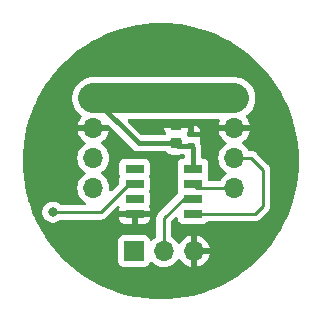
<source format=gbr>
%TF.GenerationSoftware,KiCad,Pcbnew,7.0.8*%
%TF.CreationDate,2024-09-29T17:39:07-05:00*%
%TF.ProjectId,CapacitiveLedFadeTiny,43617061-6369-4746-9976-654c65644661,rev?*%
%TF.SameCoordinates,Original*%
%TF.FileFunction,Copper,L1,Top*%
%TF.FilePolarity,Positive*%
%FSLAX46Y46*%
G04 Gerber Fmt 4.6, Leading zero omitted, Abs format (unit mm)*
G04 Created by KiCad (PCBNEW 7.0.8) date 2024-09-29 17:39:07*
%MOMM*%
%LPD*%
G01*
G04 APERTURE LIST*
G04 Aperture macros list*
%AMRoundRect*
0 Rectangle with rounded corners*
0 $1 Rounding radius*
0 $2 $3 $4 $5 $6 $7 $8 $9 X,Y pos of 4 corners*
0 Add a 4 corners polygon primitive as box body*
4,1,4,$2,$3,$4,$5,$6,$7,$8,$9,$2,$3,0*
0 Add four circle primitives for the rounded corners*
1,1,$1+$1,$2,$3*
1,1,$1+$1,$4,$5*
1,1,$1+$1,$6,$7*
1,1,$1+$1,$8,$9*
0 Add four rect primitives between the rounded corners*
20,1,$1+$1,$2,$3,$4,$5,0*
20,1,$1+$1,$4,$5,$6,$7,0*
20,1,$1+$1,$6,$7,$8,$9,0*
20,1,$1+$1,$8,$9,$2,$3,0*%
G04 Aperture macros list end*
%TA.AperFunction,SMDPad,CuDef*%
%ADD10R,1.600000X0.700000*%
%TD*%
%TA.AperFunction,ComponentPad*%
%ADD11R,1.700000X1.700000*%
%TD*%
%TA.AperFunction,ComponentPad*%
%ADD12O,1.700000X1.700000*%
%TD*%
%TA.AperFunction,SMDPad,CuDef*%
%ADD13RoundRect,0.225000X0.250000X-0.225000X0.250000X0.225000X-0.250000X0.225000X-0.250000X-0.225000X0*%
%TD*%
%TA.AperFunction,SMDPad,CuDef*%
%ADD14RoundRect,0.140000X0.170000X-0.140000X0.170000X0.140000X-0.170000X0.140000X-0.170000X-0.140000X0*%
%TD*%
%TA.AperFunction,ViaPad*%
%ADD15C,0.800000*%
%TD*%
%TA.AperFunction,Conductor*%
%ADD16C,0.250000*%
%TD*%
%TA.AperFunction,Conductor*%
%ADD17C,0.381000*%
%TD*%
%TA.AperFunction,Conductor*%
%ADD18C,2.540000*%
%TD*%
G04 APERTURE END LIST*
D10*
%TO.P,U1,3,PB4*%
%TO.N,unconnected-(U1-PB4-Pad3)*%
X126821000Y-99695000D03*
%TO.P,U1,2,PB3*%
%TO.N,Net-(J4-Pin_1)*%
X126821000Y-98425000D03*
%TO.P,U1,4,GND*%
%TO.N,GND*%
X126821000Y-100965000D03*
%TO.P,U1,1,PB5*%
%TO.N,unconnected-(U1-PB5-Pad1)*%
X126821000Y-97155000D03*
%TO.P,U1,5,PB0*%
%TO.N,/SDA*%
X131751000Y-100965000D03*
%TO.P,U1,6,PB1*%
%TO.N,Net-(J3-Pin_2)*%
X131751000Y-99695000D03*
%TO.P,U1,7,PB2*%
%TO.N,/SCLK*%
X131751000Y-98425000D03*
%TO.P,U1,8,VCC*%
%TO.N,VCC*%
X131751000Y-97155000D03*
%TD*%
D11*
%TO.P,+,1,Pin_1*%
%TO.N,VCC*%
X126746000Y-104140000D03*
D12*
%TO.P,+,2,Pin_2*%
%TO.N,Net-(J3-Pin_2)*%
X129286000Y-104140000D03*
%TO.P,+,3,Pin_3*%
%TO.N,GND*%
X131826000Y-104140000D03*
%TD*%
D11*
%TO.P,+,1,Pin_1*%
%TO.N,VCC*%
X135255000Y-91186000D03*
D12*
%TO.P,+,2,Pin_2*%
%TO.N,GND*%
X135255000Y-93726000D03*
%TO.P,+,3,Pin_3*%
%TO.N,/SDA*%
X135255000Y-96266000D03*
%TO.P,+,4,Pin_4*%
%TO.N,/SCLK*%
X135255000Y-98806000D03*
%TD*%
D11*
%TO.P,+,1,Pin_1*%
%TO.N,VCC*%
X123317000Y-91186000D03*
D12*
%TO.P,+,2,Pin_2*%
%TO.N,GND*%
X123317000Y-93726000D03*
%TO.P,+,3,Pin_3*%
%TO.N,/SDA*%
X123317000Y-96266000D03*
%TO.P,+,4,Pin_4*%
%TO.N,/SCLK*%
X123317000Y-98806000D03*
%TD*%
D13*
%TO.P,C2,2*%
%TO.N,GND*%
X130302000Y-93459000D03*
%TO.P,C2,1*%
%TO.N,VCC*%
X130302000Y-95009000D03*
%TD*%
D14*
%TO.P,C1,2*%
%TO.N,GND*%
X131572000Y-94262000D03*
%TO.P,C1,1*%
%TO.N,VCC*%
X131572000Y-95222000D03*
%TD*%
D15*
%TO.N,Net-(J4-Pin_1)*%
X119888000Y-100838000D03*
%TD*%
D16*
%TO.N,Net-(J4-Pin_1)*%
X123952000Y-100838000D02*
X119888000Y-100838000D01*
X123952000Y-100838000D02*
X126365000Y-98425000D01*
X126365000Y-98425000D02*
X126821000Y-98425000D01*
%TO.N,Net-(J3-Pin_2)*%
X129286000Y-101360000D02*
X129286000Y-104140000D01*
X130951000Y-99695000D02*
X129286000Y-101360000D01*
X131751000Y-99695000D02*
X130951000Y-99695000D01*
%TO.N,/SDA*%
X137033000Y-100965000D02*
X131751000Y-100965000D01*
X136652000Y-96266000D02*
X137668000Y-97282000D01*
X137668000Y-100330000D02*
X137033000Y-100965000D01*
X135255000Y-96266000D02*
X136652000Y-96266000D01*
X137668000Y-97282000D02*
X137668000Y-100330000D01*
%TO.N,/SCLK*%
X132132000Y-98806000D02*
X131751000Y-98425000D01*
X135255000Y-98806000D02*
X132132000Y-98806000D01*
D17*
%TO.N,VCC*%
X127140000Y-95009000D02*
X123317000Y-91186000D01*
X130302000Y-95009000D02*
X127140000Y-95009000D01*
X131572000Y-95222000D02*
X130515000Y-95222000D01*
D16*
X130515000Y-95222000D02*
X130302000Y-95009000D01*
D17*
X131751000Y-97155000D02*
X131751000Y-95401000D01*
D16*
X131751000Y-95401000D02*
X131572000Y-95222000D01*
D18*
X123317000Y-91186000D02*
X135255000Y-91186000D01*
%TD*%
%TA.AperFunction,Conductor*%
%TO.N,GND*%
G36*
X131572000Y-93726000D02*
G01*
X129286000Y-93726000D01*
X129286000Y-92964000D01*
X129794000Y-92964000D01*
X131572000Y-92964000D01*
X131572000Y-93726000D01*
G37*
%TD.AperFunction*%
%TD*%
%TA.AperFunction,Conductor*%
%TO.N,GND*%
G36*
X133996662Y-92976185D02*
G01*
X134042417Y-93028989D01*
X134052361Y-93098147D01*
X134042005Y-93132905D01*
X133981569Y-93262507D01*
X133981567Y-93262513D01*
X133924364Y-93475999D01*
X133924364Y-93476000D01*
X134821314Y-93476000D01*
X134795507Y-93516156D01*
X134755000Y-93654111D01*
X134755000Y-93797889D01*
X134795507Y-93935844D01*
X134821314Y-93976000D01*
X133924364Y-93976000D01*
X133981567Y-94189486D01*
X133981570Y-94189492D01*
X134081399Y-94403578D01*
X134216894Y-94597082D01*
X134383917Y-94764105D01*
X134569595Y-94894119D01*
X134613219Y-94948696D01*
X134620412Y-95018195D01*
X134588890Y-95080549D01*
X134569595Y-95097269D01*
X134383594Y-95227508D01*
X134216505Y-95394597D01*
X134080965Y-95588169D01*
X134080964Y-95588171D01*
X133981098Y-95802335D01*
X133981094Y-95802344D01*
X133919938Y-96030586D01*
X133919936Y-96030596D01*
X133899341Y-96265999D01*
X133899341Y-96266000D01*
X133919936Y-96501403D01*
X133919938Y-96501413D01*
X133981094Y-96729655D01*
X133981096Y-96729659D01*
X133981097Y-96729663D01*
X134023553Y-96820709D01*
X134080965Y-96943830D01*
X134080967Y-96943834D01*
X134177634Y-97081887D01*
X134216501Y-97137396D01*
X134216506Y-97137402D01*
X134383597Y-97304493D01*
X134383603Y-97304498D01*
X134569158Y-97434425D01*
X134612783Y-97489002D01*
X134619977Y-97558500D01*
X134588454Y-97620855D01*
X134569158Y-97637575D01*
X134383597Y-97767505D01*
X134216505Y-97934597D01*
X134081348Y-98127623D01*
X134026771Y-98171248D01*
X133979773Y-98180500D01*
X133175499Y-98180500D01*
X133108460Y-98160815D01*
X133062705Y-98108011D01*
X133051499Y-98056500D01*
X133051499Y-98027129D01*
X133051498Y-98027123D01*
X133051497Y-98027116D01*
X133045091Y-97967517D01*
X132995042Y-97833330D01*
X132990059Y-97763642D01*
X132995039Y-97746678D01*
X133045091Y-97612483D01*
X133051500Y-97552873D01*
X133051499Y-96757128D01*
X133045091Y-96697517D01*
X132994796Y-96562669D01*
X132994795Y-96562668D01*
X132994793Y-96562664D01*
X132908547Y-96447455D01*
X132908544Y-96447452D01*
X132793335Y-96361206D01*
X132793328Y-96361202D01*
X132658482Y-96310908D01*
X132658483Y-96310908D01*
X132598883Y-96304501D01*
X132598881Y-96304500D01*
X132598873Y-96304500D01*
X132598865Y-96304500D01*
X132566000Y-96304500D01*
X132498961Y-96284815D01*
X132453206Y-96232011D01*
X132442000Y-96180500D01*
X132442000Y-95359201D01*
X132426848Y-95234420D01*
X132426847Y-95234414D01*
X132390558Y-95138728D01*
X132382500Y-95094757D01*
X132382500Y-95017308D01*
X132379643Y-94981008D01*
X132379642Y-94981002D01*
X132334495Y-94825609D01*
X132334494Y-94825605D01*
X132322089Y-94804630D01*
X132304906Y-94736909D01*
X132322091Y-94678384D01*
X132334032Y-94658194D01*
X132376504Y-94512000D01*
X132070352Y-94512000D01*
X132007233Y-94494732D01*
X131998395Y-94489506D01*
X131998393Y-94489505D01*
X131998389Y-94489503D01*
X131842997Y-94444357D01*
X131842991Y-94444356D01*
X131806692Y-94441500D01*
X131806690Y-94441500D01*
X131446000Y-94441500D01*
X131378961Y-94421815D01*
X131333206Y-94369011D01*
X131322000Y-94317500D01*
X131322000Y-93483209D01*
X131822000Y-93483209D01*
X131822000Y-94012000D01*
X132376504Y-94012000D01*
X132334031Y-93865804D01*
X132251721Y-93726625D01*
X132251714Y-93726616D01*
X132137383Y-93612285D01*
X132137374Y-93612278D01*
X131998195Y-93529968D01*
X131998190Y-93529966D01*
X131842918Y-93484855D01*
X131842912Y-93484854D01*
X131822000Y-93483209D01*
X131322000Y-93483209D01*
X131322000Y-93483208D01*
X131316828Y-93478428D01*
X131280961Y-93418467D01*
X131276999Y-93387372D01*
X131276999Y-93185692D01*
X131276998Y-93185677D01*
X131267541Y-93093102D01*
X131280311Y-93024409D01*
X131328191Y-92973525D01*
X131390899Y-92956500D01*
X133929623Y-92956500D01*
X133996662Y-92976185D01*
G37*
%TD.AperFunction*%
%TA.AperFunction,Conductor*%
G36*
X129280139Y-92976185D02*
G01*
X129325894Y-93028989D01*
X129336458Y-93093102D01*
X129327000Y-93185675D01*
X129327000Y-93209000D01*
X130428000Y-93209000D01*
X130495039Y-93228685D01*
X130540794Y-93281489D01*
X130552000Y-93333000D01*
X130552000Y-93585000D01*
X130532315Y-93652039D01*
X130479511Y-93697794D01*
X130428000Y-93709000D01*
X129327001Y-93709000D01*
X129327001Y-93732322D01*
X129337144Y-93831607D01*
X129390452Y-93992481D01*
X129390457Y-93992492D01*
X129474597Y-94128903D01*
X129493038Y-94196295D01*
X129472116Y-94262959D01*
X129418474Y-94307729D01*
X129369059Y-94318000D01*
X127477584Y-94318000D01*
X127410545Y-94298315D01*
X127389903Y-94281681D01*
X126276403Y-93168181D01*
X126242918Y-93106858D01*
X126247902Y-93037166D01*
X126289774Y-92981233D01*
X126355238Y-92956816D01*
X126364084Y-92956500D01*
X129213100Y-92956500D01*
X129280139Y-92976185D01*
G37*
%TD.AperFunction*%
%TA.AperFunction,Conductor*%
G36*
X129515163Y-84833505D02*
G01*
X129710533Y-84839190D01*
X129714128Y-84839399D01*
X130388578Y-84898406D01*
X130392118Y-84898820D01*
X130727065Y-84947883D01*
X131062003Y-84996945D01*
X131065532Y-84997566D01*
X131728591Y-85134477D01*
X131732054Y-85135298D01*
X132386017Y-85310527D01*
X132389472Y-85311562D01*
X132713313Y-85418871D01*
X133032123Y-85524513D01*
X133035501Y-85525743D01*
X133664676Y-85775698D01*
X133667988Y-85777127D01*
X134281558Y-86063239D01*
X134284782Y-86064858D01*
X134880698Y-86386173D01*
X134883807Y-86387968D01*
X135460046Y-86743397D01*
X135463033Y-86745363D01*
X136017602Y-87133676D01*
X136020495Y-87135830D01*
X136551555Y-87555738D01*
X136554318Y-87558057D01*
X137060064Y-88008131D01*
X137062670Y-88010589D01*
X137541409Y-88489328D01*
X137543868Y-88491935D01*
X137993942Y-88997681D01*
X137996261Y-89000444D01*
X138416169Y-89531504D01*
X138418323Y-89534397D01*
X138806636Y-90088966D01*
X138808607Y-90091962D01*
X138935864Y-90298276D01*
X139164022Y-90668177D01*
X139165826Y-90671301D01*
X139487141Y-91267217D01*
X139488760Y-91270441D01*
X139774872Y-91884011D01*
X139776301Y-91887323D01*
X140026256Y-92516498D01*
X140027490Y-92519887D01*
X140240437Y-93162527D01*
X140241472Y-93165982D01*
X140416698Y-93819933D01*
X140417527Y-93823433D01*
X140493113Y-94189492D01*
X140554428Y-94486443D01*
X140555054Y-94489996D01*
X140653177Y-95159871D01*
X140653596Y-95163454D01*
X140712599Y-95837864D01*
X140712809Y-95841466D01*
X140732500Y-96518197D01*
X140732500Y-96521803D01*
X140712809Y-97198533D01*
X140712599Y-97202135D01*
X140653596Y-97876545D01*
X140653177Y-97880128D01*
X140555054Y-98550003D01*
X140554428Y-98553556D01*
X140417530Y-99216556D01*
X140416698Y-99220066D01*
X140241472Y-99874017D01*
X140240437Y-99877472D01*
X140027490Y-100520112D01*
X140026256Y-100523501D01*
X139776301Y-101152676D01*
X139774872Y-101155988D01*
X139488757Y-101769566D01*
X139487138Y-101772790D01*
X139165830Y-102368692D01*
X139164026Y-102371816D01*
X138808619Y-102948018D01*
X138806636Y-102951032D01*
X138418323Y-103505602D01*
X138416169Y-103508495D01*
X137996261Y-104039555D01*
X137993942Y-104042318D01*
X137543868Y-104548064D01*
X137541393Y-104550688D01*
X137062688Y-105029393D01*
X137060064Y-105031868D01*
X136554318Y-105481942D01*
X136551555Y-105484261D01*
X136020495Y-105904169D01*
X136017602Y-105906323D01*
X135463032Y-106294636D01*
X135460018Y-106296619D01*
X134883816Y-106652026D01*
X134880692Y-106653830D01*
X134284790Y-106975138D01*
X134281566Y-106976757D01*
X133667988Y-107262872D01*
X133664676Y-107264301D01*
X133035501Y-107514256D01*
X133032112Y-107515490D01*
X132389472Y-107728437D01*
X132386017Y-107729472D01*
X131732066Y-107904698D01*
X131728556Y-107905530D01*
X131065556Y-108042428D01*
X131062003Y-108043054D01*
X130392128Y-108141177D01*
X130388545Y-108141596D01*
X129714135Y-108200599D01*
X129710533Y-108200809D01*
X129033804Y-108220500D01*
X129030196Y-108220500D01*
X128353466Y-108200809D01*
X128349864Y-108200599D01*
X127742991Y-108147504D01*
X127675451Y-108141595D01*
X127671871Y-108141177D01*
X127001996Y-108043054D01*
X126998443Y-108042428D01*
X126854387Y-108012682D01*
X126335433Y-107905527D01*
X126331933Y-107904698D01*
X125677982Y-107729472D01*
X125674527Y-107728437D01*
X125031887Y-107515490D01*
X125028498Y-107514256D01*
X124399323Y-107264301D01*
X124396011Y-107262872D01*
X123782441Y-106976760D01*
X123779217Y-106975141D01*
X123183301Y-106653826D01*
X123180177Y-106652022D01*
X122603962Y-106296607D01*
X122600966Y-106294636D01*
X122046397Y-105906323D01*
X122043504Y-105904169D01*
X121512444Y-105484261D01*
X121509681Y-105481942D01*
X121003935Y-105031868D01*
X121001328Y-105029409D01*
X120522589Y-104550670D01*
X120520131Y-104548064D01*
X120070057Y-104042318D01*
X120067738Y-104039555D01*
X119647830Y-103508495D01*
X119645676Y-103505602D01*
X119257363Y-102951032D01*
X119255380Y-102948018D01*
X119205142Y-102866570D01*
X118899969Y-102371809D01*
X118898169Y-102368692D01*
X118599890Y-101815499D01*
X118576849Y-101772766D01*
X118575249Y-101769580D01*
X118289127Y-101155988D01*
X118287698Y-101152676D01*
X118242564Y-101039068D01*
X118162685Y-100838000D01*
X118982540Y-100838000D01*
X119002326Y-101026256D01*
X119002327Y-101026259D01*
X119060818Y-101206277D01*
X119060821Y-101206284D01*
X119155467Y-101370216D01*
X119260519Y-101486888D01*
X119282129Y-101510888D01*
X119435265Y-101622148D01*
X119435270Y-101622151D01*
X119608192Y-101699142D01*
X119608197Y-101699144D01*
X119793354Y-101738500D01*
X119793355Y-101738500D01*
X119982644Y-101738500D01*
X119982646Y-101738500D01*
X120167803Y-101699144D01*
X120340730Y-101622151D01*
X120493871Y-101510888D01*
X120496788Y-101507647D01*
X120499600Y-101504526D01*
X120559087Y-101467879D01*
X120591748Y-101463500D01*
X123869257Y-101463500D01*
X123884877Y-101465224D01*
X123884904Y-101464939D01*
X123892660Y-101465671D01*
X123892667Y-101465673D01*
X123961814Y-101463500D01*
X123991350Y-101463500D01*
X123998228Y-101462630D01*
X124004041Y-101462172D01*
X124050627Y-101460709D01*
X124069869Y-101455117D01*
X124088912Y-101451174D01*
X124108792Y-101448664D01*
X124152122Y-101431507D01*
X124157646Y-101429617D01*
X124161396Y-101428527D01*
X124202390Y-101416618D01*
X124219629Y-101406422D01*
X124237103Y-101397862D01*
X124255727Y-101390488D01*
X124255727Y-101390487D01*
X124255732Y-101390486D01*
X124293449Y-101363082D01*
X124298305Y-101359892D01*
X124338420Y-101336170D01*
X124352589Y-101321999D01*
X124367379Y-101309368D01*
X124383587Y-101297594D01*
X124413299Y-101261676D01*
X124417212Y-101257376D01*
X124459588Y-101215000D01*
X125521000Y-101215000D01*
X125521000Y-101362844D01*
X125527401Y-101422372D01*
X125527403Y-101422379D01*
X125577645Y-101557086D01*
X125577649Y-101557093D01*
X125663809Y-101672187D01*
X125663812Y-101672190D01*
X125778906Y-101758350D01*
X125778913Y-101758354D01*
X125913620Y-101808596D01*
X125913627Y-101808598D01*
X125973155Y-101814999D01*
X125973172Y-101815000D01*
X126571000Y-101815000D01*
X126571000Y-101215000D01*
X127071000Y-101215000D01*
X127071000Y-101815000D01*
X127668828Y-101815000D01*
X127668844Y-101814999D01*
X127728372Y-101808598D01*
X127728379Y-101808596D01*
X127863086Y-101758354D01*
X127863093Y-101758350D01*
X127978187Y-101672190D01*
X127978190Y-101672187D01*
X128064350Y-101557093D01*
X128064354Y-101557086D01*
X128114596Y-101422379D01*
X128114598Y-101422372D01*
X128120999Y-101362844D01*
X128121000Y-101362827D01*
X128121000Y-101215000D01*
X127071000Y-101215000D01*
X126571000Y-101215000D01*
X125521000Y-101215000D01*
X124459588Y-101215000D01*
X125338744Y-100335844D01*
X125400065Y-100302361D01*
X125469757Y-100307345D01*
X125525690Y-100349217D01*
X125550107Y-100414681D01*
X125542606Y-100466858D01*
X125527402Y-100507621D01*
X125527401Y-100507627D01*
X125521000Y-100567155D01*
X125521000Y-100715000D01*
X128121000Y-100715000D01*
X128121000Y-100567172D01*
X128120999Y-100567155D01*
X128114598Y-100507627D01*
X128114597Y-100507623D01*
X128064776Y-100374049D01*
X128059792Y-100304358D01*
X128064776Y-100287381D01*
X128064793Y-100287334D01*
X128064796Y-100287331D01*
X128115091Y-100152483D01*
X128121500Y-100092873D01*
X128121499Y-99297128D01*
X128115091Y-99237517D01*
X128065042Y-99103330D01*
X128060059Y-99033642D01*
X128065039Y-99016678D01*
X128115091Y-98882483D01*
X128121500Y-98822873D01*
X128121499Y-98027128D01*
X128115091Y-97967517D01*
X128065042Y-97833330D01*
X128060059Y-97763642D01*
X128065039Y-97746678D01*
X128115091Y-97612483D01*
X128121500Y-97552873D01*
X128121499Y-96757128D01*
X128115091Y-96697517D01*
X128064796Y-96562669D01*
X128064795Y-96562668D01*
X128064793Y-96562664D01*
X127978547Y-96447455D01*
X127978544Y-96447452D01*
X127863335Y-96361206D01*
X127863328Y-96361202D01*
X127728482Y-96310908D01*
X127728483Y-96310908D01*
X127668883Y-96304501D01*
X127668881Y-96304500D01*
X127668873Y-96304500D01*
X127668864Y-96304500D01*
X125973129Y-96304500D01*
X125973123Y-96304501D01*
X125913516Y-96310908D01*
X125778671Y-96361202D01*
X125778664Y-96361206D01*
X125663455Y-96447452D01*
X125663452Y-96447455D01*
X125577206Y-96562664D01*
X125577202Y-96562671D01*
X125526908Y-96697517D01*
X125520501Y-96757116D01*
X125520501Y-96757123D01*
X125520500Y-96757135D01*
X125520500Y-97552870D01*
X125520501Y-97552876D01*
X125526909Y-97612484D01*
X125576955Y-97746668D01*
X125581939Y-97816360D01*
X125576955Y-97833332D01*
X125526909Y-97967514D01*
X125526908Y-97967516D01*
X125520501Y-98027116D01*
X125520501Y-98027123D01*
X125520500Y-98027135D01*
X125520500Y-98333546D01*
X125500815Y-98400585D01*
X125484181Y-98421227D01*
X124872645Y-99032762D01*
X124811322Y-99066247D01*
X124741630Y-99061263D01*
X124685697Y-99019391D01*
X124661280Y-98953927D01*
X124661436Y-98934273D01*
X124665968Y-98882481D01*
X124672659Y-98806000D01*
X124652063Y-98570592D01*
X124590903Y-98342337D01*
X124491035Y-98128171D01*
X124490652Y-98127623D01*
X124355494Y-97934597D01*
X124188402Y-97767506D01*
X124188396Y-97767501D01*
X124002842Y-97637575D01*
X123959217Y-97582998D01*
X123952023Y-97513500D01*
X123983546Y-97451145D01*
X124002842Y-97434425D01*
X124102359Y-97364742D01*
X124188401Y-97304495D01*
X124355495Y-97137401D01*
X124491035Y-96943830D01*
X124590903Y-96729663D01*
X124652063Y-96501408D01*
X124672659Y-96266000D01*
X124652063Y-96030592D01*
X124594771Y-95816773D01*
X124590905Y-95802344D01*
X124590904Y-95802343D01*
X124590903Y-95802337D01*
X124491035Y-95588171D01*
X124490652Y-95587623D01*
X124355494Y-95394597D01*
X124188402Y-95227506D01*
X124188401Y-95227505D01*
X124002405Y-95097269D01*
X123958781Y-95042692D01*
X123951588Y-94973193D01*
X123983110Y-94910839D01*
X124002405Y-94894119D01*
X124188082Y-94764105D01*
X124355105Y-94597082D01*
X124490600Y-94403578D01*
X124590429Y-94189492D01*
X124590432Y-94189486D01*
X124647636Y-93976000D01*
X123750686Y-93976000D01*
X123776493Y-93935844D01*
X123817000Y-93797889D01*
X123817000Y-93654111D01*
X123776493Y-93516156D01*
X123750686Y-93476000D01*
X124578416Y-93476000D01*
X124645455Y-93495685D01*
X124666097Y-93512319D01*
X126635320Y-95481542D01*
X126637856Y-95484236D01*
X126678417Y-95530020D01*
X126728755Y-95564767D01*
X126731755Y-95566974D01*
X126779894Y-95604688D01*
X126788865Y-95608725D01*
X126808420Y-95619754D01*
X126816518Y-95625344D01*
X126873695Y-95647028D01*
X126877149Y-95648459D01*
X126932915Y-95673557D01*
X126942596Y-95675331D01*
X126964218Y-95681359D01*
X126973416Y-95684847D01*
X126973417Y-95684848D01*
X126982680Y-95685972D01*
X127034135Y-95692220D01*
X127037806Y-95692779D01*
X127097971Y-95703805D01*
X127155043Y-95700352D01*
X127159007Y-95700113D01*
X127162752Y-95700000D01*
X129440626Y-95700000D01*
X129507665Y-95719685D01*
X129528307Y-95736319D01*
X129598955Y-95806967D01*
X129598959Y-95806970D01*
X129743294Y-95895998D01*
X129743297Y-95895999D01*
X129743303Y-95896003D01*
X129904292Y-95949349D01*
X130003655Y-95959500D01*
X130600344Y-95959499D01*
X130600352Y-95959498D01*
X130600355Y-95959498D01*
X130654760Y-95953940D01*
X130699708Y-95949349D01*
X130790409Y-95919294D01*
X130829413Y-95913000D01*
X130936000Y-95913000D01*
X131003039Y-95932685D01*
X131048794Y-95985489D01*
X131060000Y-96037000D01*
X131060000Y-96180500D01*
X131040315Y-96247539D01*
X130987511Y-96293294D01*
X130936003Y-96304500D01*
X130903131Y-96304500D01*
X130903123Y-96304501D01*
X130843516Y-96310908D01*
X130708671Y-96361202D01*
X130708664Y-96361206D01*
X130593455Y-96447452D01*
X130593452Y-96447455D01*
X130507206Y-96562664D01*
X130507202Y-96562671D01*
X130456908Y-96697517D01*
X130450501Y-96757116D01*
X130450501Y-96757123D01*
X130450500Y-96757135D01*
X130450500Y-97552870D01*
X130450501Y-97552876D01*
X130456909Y-97612484D01*
X130506955Y-97746668D01*
X130511939Y-97816360D01*
X130506955Y-97833332D01*
X130456909Y-97967514D01*
X130456908Y-97967516D01*
X130450501Y-98027116D01*
X130450501Y-98027123D01*
X130450500Y-98027135D01*
X130450500Y-98822870D01*
X130450501Y-98822876D01*
X130456909Y-98882484D01*
X130506955Y-99016668D01*
X130511939Y-99086360D01*
X130506955Y-99103332D01*
X130456909Y-99237514D01*
X130456909Y-99237515D01*
X130453515Y-99269078D01*
X130426776Y-99333628D01*
X130417907Y-99343501D01*
X128902208Y-100859199D01*
X128889951Y-100869020D01*
X128890134Y-100869241D01*
X128884123Y-100874213D01*
X128836772Y-100924636D01*
X128815889Y-100945519D01*
X128815877Y-100945532D01*
X128811621Y-100951017D01*
X128807837Y-100955447D01*
X128775937Y-100989418D01*
X128775936Y-100989420D01*
X128766284Y-101006976D01*
X128755610Y-101023226D01*
X128743329Y-101039061D01*
X128743324Y-101039068D01*
X128724815Y-101081838D01*
X128722245Y-101087084D01*
X128699803Y-101127906D01*
X128694822Y-101147307D01*
X128688521Y-101165710D01*
X128680562Y-101184102D01*
X128680561Y-101184105D01*
X128673271Y-101230127D01*
X128672087Y-101235846D01*
X128660501Y-101280972D01*
X128660500Y-101280982D01*
X128660500Y-101301016D01*
X128658973Y-101320415D01*
X128655840Y-101340194D01*
X128655840Y-101340195D01*
X128660225Y-101386583D01*
X128660500Y-101392421D01*
X128660500Y-102864773D01*
X128640815Y-102931812D01*
X128607623Y-102966348D01*
X128414600Y-103101503D01*
X128292673Y-103223430D01*
X128231350Y-103256914D01*
X128161658Y-103251930D01*
X128105725Y-103210058D01*
X128088810Y-103179081D01*
X128039797Y-103047671D01*
X128039793Y-103047664D01*
X127953547Y-102932455D01*
X127953544Y-102932452D01*
X127838335Y-102846206D01*
X127838328Y-102846202D01*
X127703482Y-102795908D01*
X127703483Y-102795908D01*
X127643883Y-102789501D01*
X127643881Y-102789500D01*
X127643873Y-102789500D01*
X127643864Y-102789500D01*
X125848129Y-102789500D01*
X125848123Y-102789501D01*
X125788516Y-102795908D01*
X125653671Y-102846202D01*
X125653664Y-102846206D01*
X125538455Y-102932452D01*
X125538452Y-102932455D01*
X125452206Y-103047664D01*
X125452202Y-103047671D01*
X125401908Y-103182517D01*
X125395501Y-103242116D01*
X125395500Y-103242135D01*
X125395500Y-105037870D01*
X125395501Y-105037876D01*
X125401908Y-105097483D01*
X125452202Y-105232328D01*
X125452206Y-105232335D01*
X125538452Y-105347544D01*
X125538455Y-105347547D01*
X125653664Y-105433793D01*
X125653671Y-105433797D01*
X125788517Y-105484091D01*
X125788516Y-105484091D01*
X125795444Y-105484835D01*
X125848127Y-105490500D01*
X127643872Y-105490499D01*
X127703483Y-105484091D01*
X127838331Y-105433796D01*
X127953546Y-105347546D01*
X128039796Y-105232331D01*
X128088810Y-105100916D01*
X128130681Y-105044984D01*
X128196145Y-105020566D01*
X128264418Y-105035417D01*
X128292673Y-105056569D01*
X128414599Y-105178495D01*
X128511384Y-105246265D01*
X128608165Y-105314032D01*
X128608167Y-105314033D01*
X128608170Y-105314035D01*
X128822337Y-105413903D01*
X129050592Y-105475063D01*
X129227034Y-105490500D01*
X129285999Y-105495659D01*
X129286000Y-105495659D01*
X129286001Y-105495659D01*
X129344966Y-105490500D01*
X129521408Y-105475063D01*
X129749663Y-105413903D01*
X129963830Y-105314035D01*
X130157401Y-105178495D01*
X130324495Y-105011401D01*
X130454730Y-104825405D01*
X130509307Y-104781781D01*
X130578805Y-104774587D01*
X130641160Y-104806110D01*
X130657879Y-104825405D01*
X130787890Y-105011078D01*
X130954917Y-105178105D01*
X131148421Y-105313600D01*
X131362507Y-105413429D01*
X131362516Y-105413433D01*
X131576000Y-105470634D01*
X131576000Y-104575501D01*
X131683685Y-104624680D01*
X131790237Y-104640000D01*
X131861763Y-104640000D01*
X131968315Y-104624680D01*
X132076000Y-104575501D01*
X132076000Y-105470633D01*
X132289483Y-105413433D01*
X132289492Y-105413429D01*
X132503578Y-105313600D01*
X132697082Y-105178105D01*
X132864105Y-105011082D01*
X132999600Y-104817578D01*
X133099429Y-104603492D01*
X133099432Y-104603486D01*
X133156636Y-104390000D01*
X132259686Y-104390000D01*
X132285493Y-104349844D01*
X132326000Y-104211889D01*
X132326000Y-104068111D01*
X132285493Y-103930156D01*
X132259686Y-103890000D01*
X133156636Y-103890000D01*
X133156635Y-103889999D01*
X133099432Y-103676513D01*
X133099429Y-103676507D01*
X132999600Y-103462422D01*
X132999599Y-103462420D01*
X132864113Y-103268926D01*
X132864108Y-103268920D01*
X132697082Y-103101894D01*
X132503578Y-102966399D01*
X132289492Y-102866570D01*
X132289486Y-102866567D01*
X132076000Y-102809364D01*
X132076000Y-103704498D01*
X131968315Y-103655320D01*
X131861763Y-103640000D01*
X131790237Y-103640000D01*
X131683685Y-103655320D01*
X131576000Y-103704498D01*
X131576000Y-102809364D01*
X131575999Y-102809364D01*
X131362513Y-102866567D01*
X131362507Y-102866570D01*
X131148422Y-102966399D01*
X131148420Y-102966400D01*
X130954926Y-103101886D01*
X130954920Y-103101891D01*
X130787891Y-103268920D01*
X130787890Y-103268922D01*
X130657880Y-103454595D01*
X130603303Y-103498219D01*
X130533804Y-103505412D01*
X130471450Y-103473890D01*
X130454730Y-103454594D01*
X130324494Y-103268597D01*
X130157402Y-103101506D01*
X130157401Y-103101505D01*
X130024093Y-103008161D01*
X129964376Y-102966347D01*
X129920751Y-102911770D01*
X129911500Y-102864772D01*
X129911500Y-101670451D01*
X129931185Y-101603412D01*
X129947815Y-101582774D01*
X130239786Y-101290803D01*
X130301106Y-101257320D01*
X130370797Y-101262304D01*
X130426731Y-101304175D01*
X130450754Y-101365231D01*
X130456909Y-101422483D01*
X130507202Y-101557328D01*
X130507206Y-101557335D01*
X130593452Y-101672544D01*
X130593455Y-101672547D01*
X130708664Y-101758793D01*
X130708671Y-101758797D01*
X130843517Y-101809091D01*
X130843516Y-101809091D01*
X130850444Y-101809835D01*
X130903127Y-101815500D01*
X132598872Y-101815499D01*
X132658483Y-101809091D01*
X132793331Y-101758796D01*
X132908546Y-101672546D01*
X132910115Y-101670451D01*
X132932768Y-101640190D01*
X132988701Y-101598318D01*
X133032035Y-101590500D01*
X136950257Y-101590500D01*
X136965877Y-101592224D01*
X136965904Y-101591939D01*
X136973660Y-101592671D01*
X136973667Y-101592673D01*
X137042814Y-101590500D01*
X137072350Y-101590500D01*
X137079228Y-101589630D01*
X137085041Y-101589172D01*
X137131627Y-101587709D01*
X137150869Y-101582117D01*
X137169912Y-101578174D01*
X137189792Y-101575664D01*
X137233122Y-101558507D01*
X137238646Y-101556617D01*
X137242396Y-101555527D01*
X137283390Y-101543618D01*
X137300629Y-101533422D01*
X137318103Y-101524862D01*
X137336727Y-101517488D01*
X137336727Y-101517487D01*
X137336732Y-101517486D01*
X137374449Y-101490082D01*
X137379305Y-101486892D01*
X137419420Y-101463170D01*
X137433589Y-101448999D01*
X137448379Y-101436368D01*
X137464587Y-101424594D01*
X137494299Y-101388676D01*
X137498212Y-101384376D01*
X138051786Y-100830802D01*
X138064048Y-100820980D01*
X138063865Y-100820759D01*
X138069867Y-100815792D01*
X138069877Y-100815786D01*
X138117241Y-100765348D01*
X138138120Y-100744470D01*
X138142373Y-100738986D01*
X138146150Y-100734563D01*
X138178062Y-100700582D01*
X138187714Y-100683023D01*
X138198389Y-100666772D01*
X138210674Y-100650936D01*
X138229186Y-100608152D01*
X138231742Y-100602935D01*
X138251404Y-100567172D01*
X138254194Y-100562098D01*
X138254194Y-100562097D01*
X138254197Y-100562092D01*
X138259180Y-100542680D01*
X138265477Y-100524291D01*
X138273438Y-100505895D01*
X138280729Y-100459853D01*
X138281908Y-100454162D01*
X138293500Y-100409019D01*
X138293500Y-100388983D01*
X138295027Y-100369582D01*
X138298160Y-100349804D01*
X138293775Y-100303415D01*
X138293500Y-100297577D01*
X138293500Y-97364742D01*
X138295224Y-97349122D01*
X138294939Y-97349096D01*
X138295671Y-97341340D01*
X138295673Y-97341333D01*
X138293500Y-97272185D01*
X138293500Y-97242650D01*
X138292631Y-97235772D01*
X138292172Y-97229943D01*
X138290709Y-97183372D01*
X138285122Y-97164144D01*
X138281174Y-97145084D01*
X138278663Y-97125204D01*
X138261512Y-97081887D01*
X138259619Y-97076358D01*
X138246618Y-97031609D01*
X138246616Y-97031606D01*
X138236423Y-97014371D01*
X138227861Y-96996894D01*
X138220487Y-96978270D01*
X138220486Y-96978268D01*
X138193079Y-96940545D01*
X138189888Y-96935686D01*
X138188168Y-96932778D01*
X138166170Y-96895580D01*
X138166168Y-96895578D01*
X138166165Y-96895574D01*
X138152006Y-96881415D01*
X138139368Y-96866619D01*
X138127594Y-96850413D01*
X138091688Y-96820709D01*
X138087376Y-96816786D01*
X137152803Y-95882212D01*
X137142980Y-95869950D01*
X137142759Y-95870134D01*
X137137786Y-95864123D01*
X137109823Y-95837864D01*
X137087364Y-95816773D01*
X137072926Y-95802335D01*
X137066475Y-95795883D01*
X137060986Y-95791625D01*
X137056561Y-95787847D01*
X137022582Y-95755938D01*
X137022580Y-95755936D01*
X137022577Y-95755935D01*
X137005029Y-95746288D01*
X136988763Y-95735604D01*
X136972933Y-95723325D01*
X136930168Y-95704818D01*
X136924922Y-95702248D01*
X136884093Y-95679803D01*
X136884092Y-95679802D01*
X136864693Y-95674822D01*
X136846281Y-95668518D01*
X136827898Y-95660562D01*
X136827892Y-95660560D01*
X136781874Y-95653272D01*
X136776152Y-95652087D01*
X136731021Y-95640500D01*
X136731019Y-95640500D01*
X136710984Y-95640500D01*
X136691586Y-95638973D01*
X136684162Y-95637797D01*
X136671805Y-95635840D01*
X136671804Y-95635840D01*
X136625416Y-95640225D01*
X136619578Y-95640500D01*
X136530227Y-95640500D01*
X136463188Y-95620815D01*
X136428652Y-95587623D01*
X136293494Y-95394597D01*
X136126402Y-95227506D01*
X136126401Y-95227505D01*
X135940405Y-95097269D01*
X135896781Y-95042692D01*
X135889588Y-94973193D01*
X135921110Y-94910839D01*
X135940405Y-94894119D01*
X136126082Y-94764105D01*
X136293105Y-94597082D01*
X136428600Y-94403578D01*
X136528429Y-94189492D01*
X136528432Y-94189486D01*
X136585636Y-93976000D01*
X135688686Y-93976000D01*
X135714493Y-93935844D01*
X135755000Y-93797889D01*
X135755000Y-93654111D01*
X135714493Y-93516156D01*
X135688686Y-93476000D01*
X136585636Y-93476000D01*
X136585635Y-93475999D01*
X136528432Y-93262513D01*
X136528429Y-93262507D01*
X136428600Y-93048422D01*
X136428599Y-93048420D01*
X136293113Y-92854926D01*
X136293108Y-92854920D01*
X136262026Y-92823838D01*
X136228541Y-92762515D01*
X136233525Y-92692823D01*
X136272394Y-92639210D01*
X136462623Y-92487508D01*
X136643114Y-92292984D01*
X136792598Y-92073733D01*
X136907734Y-91834650D01*
X136985950Y-91581078D01*
X137025500Y-91318681D01*
X137025500Y-91053319D01*
X136985950Y-90790922D01*
X136907734Y-90537350D01*
X136792598Y-90298268D01*
X136643114Y-90079016D01*
X136462623Y-89884492D01*
X136255155Y-89719042D01*
X136025345Y-89586361D01*
X135778327Y-89489414D01*
X135778322Y-89489412D01*
X135778313Y-89489410D01*
X135558243Y-89439180D01*
X135519619Y-89430365D01*
X135519618Y-89430364D01*
X135519614Y-89430364D01*
X135519609Y-89430363D01*
X135321261Y-89415500D01*
X135321255Y-89415500D01*
X123250745Y-89415500D01*
X123250739Y-89415500D01*
X123052390Y-89430363D01*
X123052385Y-89430364D01*
X122793686Y-89489410D01*
X122793667Y-89489416D01*
X122546654Y-89586361D01*
X122316845Y-89719042D01*
X122109377Y-89884492D01*
X122109375Y-89884494D01*
X121928883Y-90079019D01*
X121779404Y-90298263D01*
X121779397Y-90298274D01*
X121664268Y-90537344D01*
X121664261Y-90537363D01*
X121586051Y-90790916D01*
X121586048Y-90790926D01*
X121546500Y-91053311D01*
X121546500Y-91318688D01*
X121586048Y-91581073D01*
X121586051Y-91581083D01*
X121664261Y-91834636D01*
X121664268Y-91834655D01*
X121779397Y-92073723D01*
X121779398Y-92073725D01*
X121779400Y-92073728D01*
X121779402Y-92073732D01*
X121928886Y-92292984D01*
X122109377Y-92487508D01*
X122299605Y-92639210D01*
X122339745Y-92696397D01*
X122342595Y-92766209D01*
X122309974Y-92823836D01*
X122278891Y-92854919D01*
X122143400Y-93048420D01*
X122143399Y-93048422D01*
X122043570Y-93262507D01*
X122043567Y-93262513D01*
X121986364Y-93475999D01*
X121986364Y-93476000D01*
X122883314Y-93476000D01*
X122857507Y-93516156D01*
X122817000Y-93654111D01*
X122817000Y-93797889D01*
X122857507Y-93935844D01*
X122883314Y-93976000D01*
X121986364Y-93976000D01*
X122043567Y-94189486D01*
X122043570Y-94189492D01*
X122143399Y-94403578D01*
X122278894Y-94597082D01*
X122445917Y-94764105D01*
X122631595Y-94894119D01*
X122675219Y-94948696D01*
X122682412Y-95018195D01*
X122650890Y-95080549D01*
X122631595Y-95097269D01*
X122445594Y-95227508D01*
X122278505Y-95394597D01*
X122142965Y-95588169D01*
X122142964Y-95588171D01*
X122043098Y-95802335D01*
X122043094Y-95802344D01*
X121981938Y-96030586D01*
X121981936Y-96030596D01*
X121961341Y-96265999D01*
X121961341Y-96266000D01*
X121981936Y-96501403D01*
X121981938Y-96501413D01*
X122043094Y-96729655D01*
X122043096Y-96729659D01*
X122043097Y-96729663D01*
X122085553Y-96820709D01*
X122142965Y-96943830D01*
X122142967Y-96943834D01*
X122239634Y-97081887D01*
X122278501Y-97137396D01*
X122278506Y-97137402D01*
X122445597Y-97304493D01*
X122445603Y-97304498D01*
X122631158Y-97434425D01*
X122674783Y-97489002D01*
X122681977Y-97558500D01*
X122650454Y-97620855D01*
X122631158Y-97637575D01*
X122445597Y-97767505D01*
X122278505Y-97934597D01*
X122142965Y-98128169D01*
X122142964Y-98128171D01*
X122043098Y-98342335D01*
X122043094Y-98342344D01*
X121981938Y-98570586D01*
X121981936Y-98570596D01*
X121961341Y-98805999D01*
X121961341Y-98806000D01*
X121981936Y-99041403D01*
X121981938Y-99041413D01*
X122043094Y-99269655D01*
X122043096Y-99269659D01*
X122043097Y-99269663D01*
X122082278Y-99353687D01*
X122142965Y-99483830D01*
X122142967Y-99483834D01*
X122251281Y-99638521D01*
X122278505Y-99677401D01*
X122445599Y-99844495D01*
X122639170Y-99980035D01*
X122639179Y-99980039D01*
X122641036Y-99981112D01*
X122641695Y-99981803D01*
X122643604Y-99983140D01*
X122643335Y-99983523D01*
X122689252Y-100031679D01*
X122702476Y-100100285D01*
X122676509Y-100165151D01*
X122619595Y-100205680D01*
X122579037Y-100212500D01*
X120591748Y-100212500D01*
X120524709Y-100192815D01*
X120499600Y-100171474D01*
X120493873Y-100165114D01*
X120493869Y-100165110D01*
X120340734Y-100053851D01*
X120340729Y-100053848D01*
X120167807Y-99976857D01*
X120167802Y-99976855D01*
X120022001Y-99945865D01*
X119982646Y-99937500D01*
X119793354Y-99937500D01*
X119760897Y-99944398D01*
X119608197Y-99976855D01*
X119608192Y-99976857D01*
X119435270Y-100053848D01*
X119435265Y-100053851D01*
X119282129Y-100165111D01*
X119155466Y-100305785D01*
X119060821Y-100469715D01*
X119060818Y-100469722D01*
X119029155Y-100567172D01*
X119002326Y-100649744D01*
X118982540Y-100838000D01*
X118162685Y-100838000D01*
X118113821Y-100715000D01*
X118037743Y-100523501D01*
X118036509Y-100520112D01*
X118031797Y-100505893D01*
X117918875Y-100165111D01*
X117823562Y-99877472D01*
X117822527Y-99874017D01*
X117769844Y-99677402D01*
X117647298Y-99220054D01*
X117646477Y-99216591D01*
X117509566Y-98553532D01*
X117508945Y-98550003D01*
X117410822Y-97880128D01*
X117410406Y-97876578D01*
X117351399Y-97202128D01*
X117351190Y-97198533D01*
X117341061Y-96850411D01*
X117331499Y-96521787D01*
X117331499Y-96518197D01*
X117331988Y-96501413D01*
X117348925Y-95919294D01*
X117351190Y-95841466D01*
X117351400Y-95837864D01*
X117410407Y-95163417D01*
X117410822Y-95159871D01*
X117427987Y-95042692D01*
X117508945Y-94489996D01*
X117509565Y-94486473D01*
X117646478Y-93823400D01*
X117647296Y-93819953D01*
X117822529Y-93165972D01*
X117823562Y-93162527D01*
X117954887Y-92766209D01*
X118036516Y-92519865D01*
X118037743Y-92516498D01*
X118287705Y-91887306D01*
X118289127Y-91884011D01*
X118430385Y-91581083D01*
X118575242Y-91270433D01*
X118576858Y-91267217D01*
X118898183Y-90671283D01*
X118899959Y-90668207D01*
X119255407Y-90091937D01*
X119257350Y-90088985D01*
X119645685Y-89534383D01*
X119647830Y-89531504D01*
X120067738Y-89000444D01*
X120070057Y-88997681D01*
X120252630Y-88792524D01*
X120520143Y-88491921D01*
X120522572Y-88489346D01*
X121001346Y-88010572D01*
X121003921Y-88008143D01*
X121304524Y-87740630D01*
X121509681Y-87558057D01*
X121512444Y-87555738D01*
X122043504Y-87135830D01*
X122046383Y-87133685D01*
X122600985Y-86745350D01*
X122603937Y-86743407D01*
X123180207Y-86387959D01*
X123183283Y-86386183D01*
X123779219Y-86064856D01*
X123782433Y-86063242D01*
X124396020Y-85777122D01*
X124399306Y-85775705D01*
X125028504Y-85525740D01*
X125031865Y-85524516D01*
X125674527Y-85311562D01*
X125677972Y-85310529D01*
X126331953Y-85135296D01*
X126335400Y-85134478D01*
X126998473Y-84997565D01*
X127001996Y-84996945D01*
X127169282Y-84972441D01*
X127671885Y-84898820D01*
X127675417Y-84898407D01*
X128349873Y-84839399D01*
X128353466Y-84839190D01*
X128527595Y-84834123D01*
X129030213Y-84819499D01*
X129033787Y-84819499D01*
X129515163Y-84833505D01*
G37*
%TD.AperFunction*%
%TD*%
M02*

</source>
